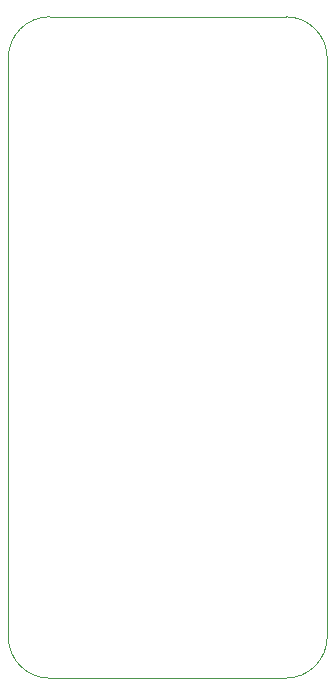
<source format=gbr>
G04 #@! TF.GenerationSoftware,KiCad,Pcbnew,8.0.4*
G04 #@! TF.CreationDate,2025-01-13T22:16:17-08:00*
G04 #@! TF.ProjectId,CSI_HDMI_Passthrough_receiver_noRetimer,4353495f-4844-44d4-995f-506173737468,rev?*
G04 #@! TF.SameCoordinates,Original*
G04 #@! TF.FileFunction,Profile,NP*
%FSLAX46Y46*%
G04 Gerber Fmt 4.6, Leading zero omitted, Abs format (unit mm)*
G04 Created by KiCad (PCBNEW 8.0.4) date 2025-01-13 22:16:17*
%MOMM*%
%LPD*%
G01*
G04 APERTURE LIST*
G04 #@! TA.AperFunction,Profile*
%ADD10C,0.050000*%
G04 #@! TD*
G04 APERTURE END LIST*
D10*
X143500000Y-79000000D02*
X143500000Y-128000000D01*
X170500000Y-79000000D02*
X170500000Y-128000000D01*
X147000000Y-75500000D02*
X167000000Y-75500000D01*
X170500000Y-128000000D02*
G75*
G02*
X167000000Y-131500000I-3500000J0D01*
G01*
X147000000Y-131500000D02*
G75*
G02*
X143500000Y-128000000I0J3500000D01*
G01*
X147000000Y-131500000D02*
X167000000Y-131500000D01*
X143500000Y-79000000D02*
G75*
G02*
X147000000Y-75500000I3500000J0D01*
G01*
X167000000Y-75500000D02*
G75*
G02*
X170500000Y-79000000I0J-3500000D01*
G01*
M02*

</source>
